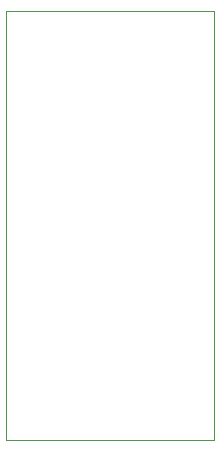
<source format=gbr>
G04 #@! TF.GenerationSoftware,KiCad,Pcbnew,(5.1.5)-3*
G04 #@! TF.CreationDate,2021-05-27T18:06:52+01:00*
G04 #@! TF.ProjectId,C595,43353935-2e6b-4696-9361-645f70636258,rev?*
G04 #@! TF.SameCoordinates,Original*
G04 #@! TF.FileFunction,Profile,NP*
%FSLAX46Y46*%
G04 Gerber Fmt 4.6, Leading zero omitted, Abs format (unit mm)*
G04 Created by KiCad (PCBNEW (5.1.5)-3) date 2021-05-27 18:06:52*
%MOMM*%
%LPD*%
G04 APERTURE LIST*
%ADD10C,0.050000*%
G04 APERTURE END LIST*
D10*
X139827000Y-185674000D02*
X139827000Y-149352000D01*
X157480000Y-185674000D02*
X139827000Y-185674000D01*
X157480000Y-149352000D02*
X157480000Y-185674000D01*
X139827000Y-149352000D02*
X157480000Y-149352000D01*
M02*

</source>
